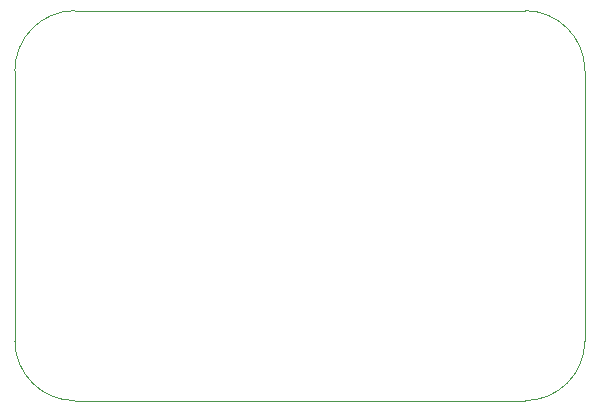
<source format=gbr>
%TF.GenerationSoftware,KiCad,Pcbnew,(6.0.9)*%
%TF.CreationDate,2023-01-31T22:53:35+08:00*%
%TF.ProjectId,ESP32C3_RF_Test,45535033-3243-4335-9f52-465f54657374,rev?*%
%TF.SameCoordinates,Original*%
%TF.FileFunction,Profile,NP*%
%FSLAX46Y46*%
G04 Gerber Fmt 4.6, Leading zero omitted, Abs format (unit mm)*
G04 Created by KiCad (PCBNEW (6.0.9)) date 2023-01-31 22:53:35*
%MOMM*%
%LPD*%
G01*
G04 APERTURE LIST*
%TA.AperFunction,Profile*%
%ADD10C,0.100000*%
%TD*%
G04 APERTURE END LIST*
D10*
X101600000Y-63500000D02*
X101600000Y-86360000D01*
X106680000Y-91440000D02*
X144780000Y-91440000D01*
X149860000Y-63500000D02*
G75*
G03*
X144780000Y-58420000I-5080000J0D01*
G01*
X144780000Y-58420000D02*
X106680000Y-58420000D01*
X149860000Y-86360000D02*
X149860000Y-63500000D01*
X106680000Y-58420000D02*
G75*
G03*
X101600000Y-63500000I0J-5080000D01*
G01*
X144780000Y-91440000D02*
G75*
G03*
X149860000Y-86360000I0J5080000D01*
G01*
X101600000Y-86360000D02*
G75*
G03*
X106680000Y-91440000I5080000J0D01*
G01*
M02*

</source>
